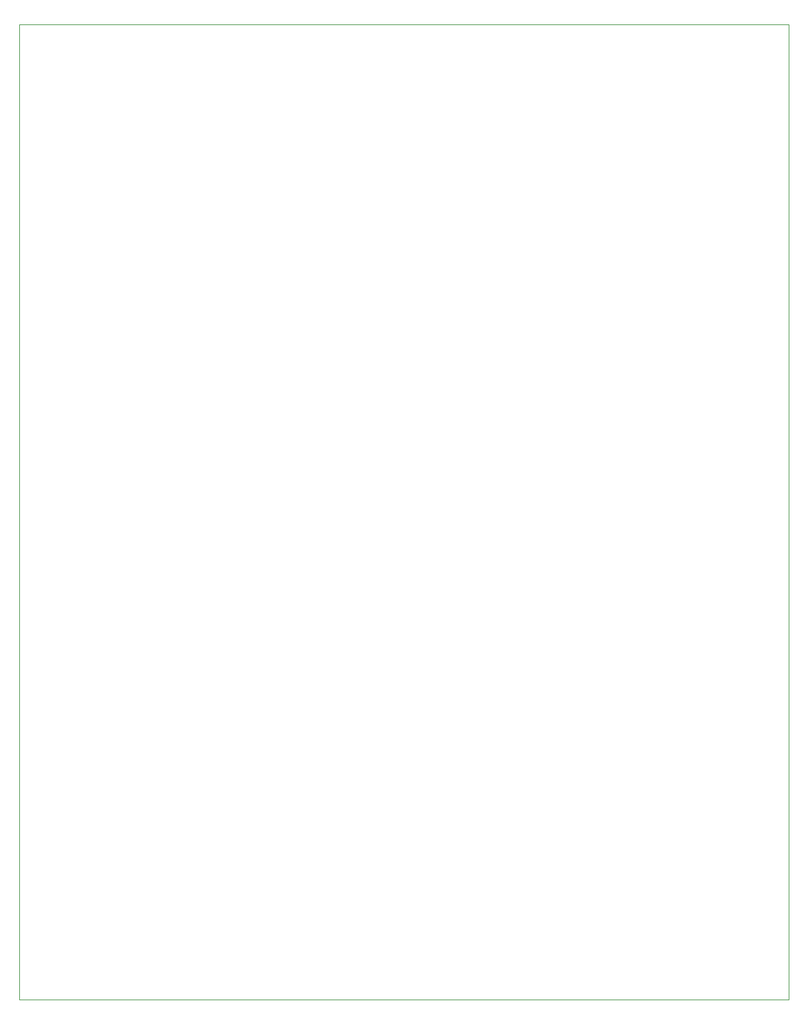
<source format=gbr>
G04 #@! TF.GenerationSoftware,KiCad,Pcbnew,(6.0.1)*
G04 #@! TF.CreationDate,2024-02-21T11:22:39-08:00*
G04 #@! TF.ProjectId,panel,70616e65-6c2e-46b6-9963-61645f706362,1.1*
G04 #@! TF.SameCoordinates,Original*
G04 #@! TF.FileFunction,Profile,NP*
%FSLAX46Y46*%
G04 Gerber Fmt 4.6, Leading zero omitted, Abs format (unit mm)*
G04 Created by KiCad (PCBNEW (6.0.1)) date 2024-02-21 11:22:39*
%MOMM*%
%LPD*%
G01*
G04 APERTURE LIST*
G04 #@! TA.AperFunction,Profile*
%ADD10C,0.050000*%
G04 #@! TD*
G04 APERTURE END LIST*
D10*
X141300000Y-30750000D02*
X40000000Y-30750000D01*
X141300000Y-159150000D02*
X141300000Y-30750000D01*
X40000000Y-159150000D02*
X141300000Y-159150000D01*
X40000000Y-30750000D02*
X40000000Y-159150000D01*
M02*

</source>
